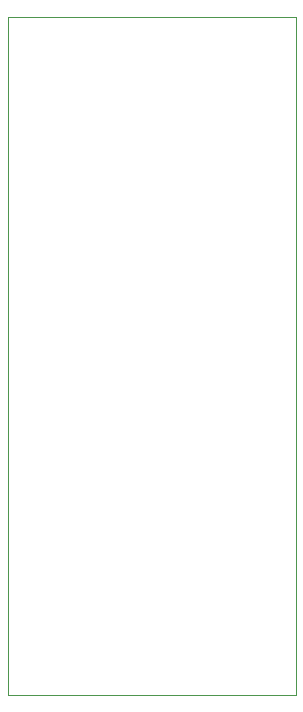
<source format=gm1>
%TF.GenerationSoftware,KiCad,Pcbnew,(5.1.7)-1*%
%TF.CreationDate,2020-11-07T21:13:55-05:00*%
%TF.ProjectId,ATmega32u4 Breakout,41546d65-6761-4333-9275-342042726561,rev?*%
%TF.SameCoordinates,Original*%
%TF.FileFunction,Profile,NP*%
%FSLAX46Y46*%
G04 Gerber Fmt 4.6, Leading zero omitted, Abs format (unit mm)*
G04 Created by KiCad (PCBNEW (5.1.7)-1) date 2020-11-07 21:13:55*
%MOMM*%
%LPD*%
G01*
G04 APERTURE LIST*
%TA.AperFunction,Profile*%
%ADD10C,0.050000*%
%TD*%
G04 APERTURE END LIST*
D10*
X129794000Y-69088000D02*
X129794000Y-126492000D01*
X154178000Y-69088000D02*
X129794000Y-69088000D01*
X154178000Y-126492000D02*
X154178000Y-69088000D01*
X154178000Y-126492000D02*
X129794000Y-126492000D01*
M02*

</source>
